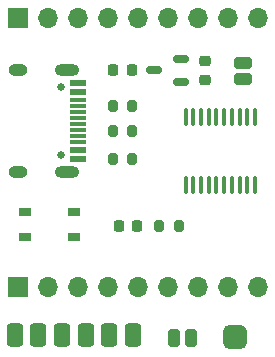
<source format=gts>
G04 #@! TF.GenerationSoftware,KiCad,Pcbnew,7.0.7*
G04 #@! TF.CreationDate,2024-04-01T22:47:38-04:00*
G04 #@! TF.ProjectId,sensor_node,73656e73-6f72-45f6-9e6f-64652e6b6963,rev?*
G04 #@! TF.SameCoordinates,Original*
G04 #@! TF.FileFunction,Soldermask,Top*
G04 #@! TF.FilePolarity,Negative*
%FSLAX46Y46*%
G04 Gerber Fmt 4.6, Leading zero omitted, Abs format (unit mm)*
G04 Created by KiCad (PCBNEW 7.0.7) date 2024-04-01 22:47:38*
%MOMM*%
%LPD*%
G01*
G04 APERTURE LIST*
G04 Aperture macros list*
%AMRoundRect*
0 Rectangle with rounded corners*
0 $1 Rounding radius*
0 $2 $3 $4 $5 $6 $7 $8 $9 X,Y pos of 4 corners*
0 Add a 4 corners polygon primitive as box body*
4,1,4,$2,$3,$4,$5,$6,$7,$8,$9,$2,$3,0*
0 Add four circle primitives for the rounded corners*
1,1,$1+$1,$2,$3*
1,1,$1+$1,$4,$5*
1,1,$1+$1,$6,$7*
1,1,$1+$1,$8,$9*
0 Add four rect primitives between the rounded corners*
20,1,$1+$1,$2,$3,$4,$5,0*
20,1,$1+$1,$4,$5,$6,$7,0*
20,1,$1+$1,$6,$7,$8,$9,0*
20,1,$1+$1,$8,$9,$2,$3,0*%
G04 Aperture macros list end*
%ADD10RoundRect,0.500000X-0.500000X-0.500000X0.500000X-0.500000X0.500000X0.500000X-0.500000X0.500000X0*%
%ADD11R,1.700000X1.700000*%
%ADD12O,1.700000X1.700000*%
%ADD13RoundRect,0.350000X-0.350000X0.650000X-0.350000X-0.650000X0.350000X-0.650000X0.350000X0.650000X0*%
%ADD14RoundRect,0.225000X0.225000X0.250000X-0.225000X0.250000X-0.225000X-0.250000X0.225000X-0.250000X0*%
%ADD15RoundRect,0.100000X-0.100000X0.637500X-0.100000X-0.637500X0.100000X-0.637500X0.100000X0.637500X0*%
%ADD16RoundRect,0.200000X-0.200000X-0.275000X0.200000X-0.275000X0.200000X0.275000X-0.200000X0.275000X0*%
%ADD17RoundRect,0.218750X-0.218750X-0.256250X0.218750X-0.256250X0.218750X0.256250X-0.218750X0.256250X0*%
%ADD18C,0.650000*%
%ADD19R,1.450000X0.600000*%
%ADD20R,1.450000X0.300000*%
%ADD21O,2.100000X1.000000*%
%ADD22O,1.600000X1.000000*%
%ADD23R,1.050000X0.650000*%
%ADD24RoundRect,0.225000X-0.250000X0.225000X-0.250000X-0.225000X0.250000X-0.225000X0.250000X0.225000X0*%
%ADD25RoundRect,0.250000X-0.500000X0.250000X-0.500000X-0.250000X0.500000X-0.250000X0.500000X0.250000X0*%
%ADD26RoundRect,0.200000X0.200000X0.275000X-0.200000X0.275000X-0.200000X-0.275000X0.200000X-0.275000X0*%
%ADD27RoundRect,0.150000X0.512500X0.150000X-0.512500X0.150000X-0.512500X-0.150000X0.512500X-0.150000X0*%
%ADD28RoundRect,0.250000X-0.250000X-0.500000X0.250000X-0.500000X0.250000X0.500000X-0.250000X0.500000X0*%
G04 APERTURE END LIST*
D10*
X156300000Y-117000000D03*
D11*
X137958418Y-90031013D03*
D12*
X140498418Y-90031013D03*
X143038418Y-90031013D03*
X145578418Y-90031013D03*
X148118418Y-90031013D03*
X150658418Y-90031013D03*
X153198418Y-90031013D03*
X155738418Y-90031013D03*
X158278418Y-90031013D03*
D13*
X147700000Y-116900000D03*
X145700000Y-116900000D03*
X143700000Y-116900000D03*
X141700000Y-116900000D03*
X139700000Y-116900000D03*
X137700000Y-116900000D03*
D14*
X147599999Y-94450000D03*
X146049999Y-94450000D03*
D15*
X158025000Y-98437500D03*
X157375000Y-98437500D03*
X156725000Y-98437500D03*
X156075000Y-98437500D03*
X155425000Y-98437500D03*
X154775000Y-98437500D03*
X154125000Y-98437500D03*
X153475000Y-98437500D03*
X152825000Y-98437500D03*
X152175000Y-98437500D03*
X152175000Y-104162500D03*
X152825000Y-104162500D03*
X153475000Y-104162500D03*
X154125000Y-104162500D03*
X154775000Y-104162500D03*
X155425000Y-104162500D03*
X156075000Y-104162500D03*
X156725000Y-104162500D03*
X157375000Y-104162500D03*
X158025000Y-104162500D03*
D11*
X137980000Y-112800000D03*
D12*
X140520000Y-112800000D03*
X143060000Y-112800000D03*
X145600000Y-112800000D03*
X148140000Y-112800000D03*
X150680000Y-112800000D03*
X153220000Y-112800000D03*
X155760000Y-112800000D03*
X158300000Y-112800000D03*
D16*
X145999999Y-101927500D03*
X147649999Y-101927500D03*
D17*
X146487499Y-107599999D03*
X148062499Y-107599999D03*
D18*
X141624999Y-95847500D03*
X141624999Y-101627500D03*
D19*
X143069999Y-95487500D03*
X143069999Y-96287500D03*
D20*
X143069999Y-97487500D03*
X143069999Y-98487500D03*
X143069999Y-98987500D03*
X143069999Y-99987500D03*
D19*
X143069999Y-101187500D03*
X143069999Y-101987500D03*
X143069999Y-101987500D03*
X143069999Y-101187500D03*
D20*
X143069999Y-100487500D03*
X143069999Y-99487500D03*
X143069999Y-97987500D03*
X143069999Y-96987500D03*
D19*
X143069999Y-96287500D03*
X143069999Y-95487500D03*
D21*
X142154999Y-94417500D03*
D22*
X137974999Y-94417500D03*
D21*
X142154999Y-103057500D03*
D22*
X137974999Y-103057500D03*
D16*
X145999999Y-97427500D03*
X147649999Y-97427500D03*
D23*
X142675000Y-108575000D03*
X138525000Y-108575000D03*
X142675000Y-106425000D03*
X138525000Y-106425000D03*
D24*
X153762498Y-93700000D03*
X153762498Y-95250000D03*
D25*
X157000000Y-93800000D03*
X157000000Y-95200000D03*
D26*
X151587498Y-107600000D03*
X149937498Y-107600000D03*
D16*
X145999999Y-99627500D03*
X147649999Y-99627500D03*
D27*
X151800000Y-95400000D03*
X151800000Y-93500000D03*
X149525000Y-94450000D03*
D28*
X151200000Y-117100000D03*
X152600000Y-117100000D03*
M02*

</source>
